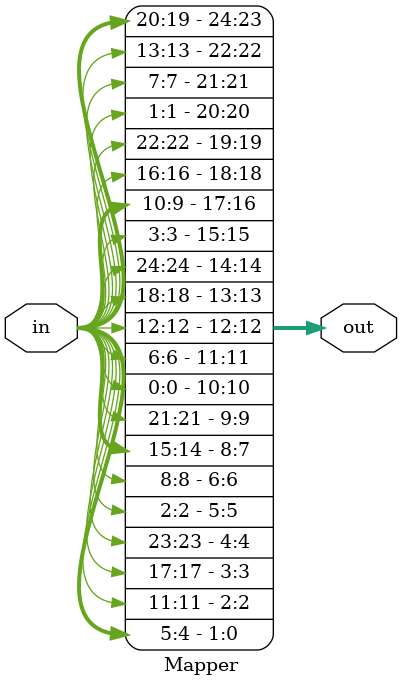
<source format=v>
module Mapper (in, out);
    parameter N = 5;
    localparam InputLenBitCount = $clog2(N*N);
    localparam HalfN = N[0] ? ((N / 2) + 1) : N / 2;

    input [(N*N)-1:0] in;
    output [(N*N)-1:0] out;

    function [InputLenBitCount-1:0] index2DTo1D;
        input [InputLenBitCount-1:0] i;
        input [InputLenBitCount-1:0] j;

        begin: index2DTo1DBlock
            reg [InputLenBitCount-1:0] row, col;
            row = (j + N - HalfN) % N;
            col = (i + N - HalfN) % N;
            index2DTo1D = row * N + col;
        end
    endfunction

    function [InputLenBitCount-1:0] findDst;
        input [InputLenBitCount-1:0] i;
        input [InputLenBitCount-1:0] j;

        begin
            findDst = index2DTo1D(j, (2 * i + 3 * j) % N);
        end
    endfunction

    genvar i, j;
    generate
        for (i = 0; i < N; i = i + 1) begin
            for (j = 0; j < N; j = j + 1) begin
                assign out[findDst(i, j)] = in[index2DTo1D(i, j)];
            end
        end
    endgenerate
endmodule

</source>
